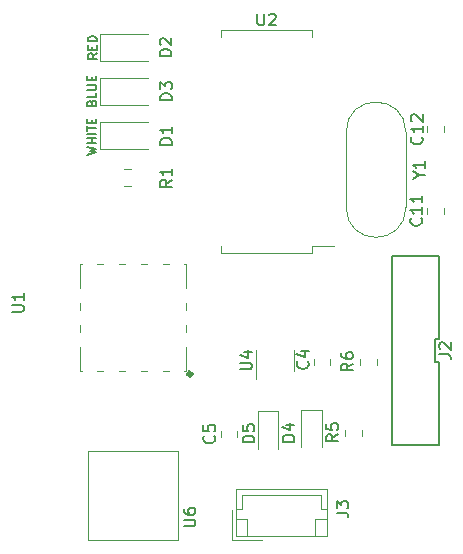
<source format=gbr>
G04 #@! TF.GenerationSoftware,KiCad,Pcbnew,(5.1.4)-1*
G04 #@! TF.CreationDate,2020-02-21T22:56:02-05:00*
G04 #@! TF.ProjectId,gps_2,6770735f-322e-46b6-9963-61645f706362,rev?*
G04 #@! TF.SameCoordinates,Original*
G04 #@! TF.FileFunction,Legend,Top*
G04 #@! TF.FilePolarity,Positive*
%FSLAX46Y46*%
G04 Gerber Fmt 4.6, Leading zero omitted, Abs format (unit mm)*
G04 Created by KiCad (PCBNEW (5.1.4)-1) date 2020-02-21 22:56:02*
%MOMM*%
%LPD*%
G04 APERTURE LIST*
%ADD10C,0.127000*%
%ADD11C,0.120000*%
%ADD12C,0.150000*%
%ADD13C,0.400000*%
G04 APERTURE END LIST*
D10*
X74215171Y-41333057D02*
X74251457Y-41224200D01*
X74287742Y-41187914D01*
X74360314Y-41151628D01*
X74469171Y-41151628D01*
X74541742Y-41187914D01*
X74578028Y-41224200D01*
X74614314Y-41296771D01*
X74614314Y-41587057D01*
X73852314Y-41587057D01*
X73852314Y-41333057D01*
X73888600Y-41260485D01*
X73924885Y-41224200D01*
X73997457Y-41187914D01*
X74070028Y-41187914D01*
X74142600Y-41224200D01*
X74178885Y-41260485D01*
X74215171Y-41333057D01*
X74215171Y-41587057D01*
X74614314Y-40462200D02*
X74614314Y-40825057D01*
X73852314Y-40825057D01*
X73852314Y-40208200D02*
X74469171Y-40208200D01*
X74541742Y-40171914D01*
X74578028Y-40135628D01*
X74614314Y-40063057D01*
X74614314Y-39917914D01*
X74578028Y-39845342D01*
X74541742Y-39809057D01*
X74469171Y-39772771D01*
X73852314Y-39772771D01*
X74215171Y-39409914D02*
X74215171Y-39155914D01*
X74614314Y-39047057D02*
X74614314Y-39409914D01*
X73852314Y-39409914D01*
X73852314Y-39047057D01*
X74665114Y-37116657D02*
X74302257Y-37370657D01*
X74665114Y-37552085D02*
X73903114Y-37552085D01*
X73903114Y-37261800D01*
X73939400Y-37189228D01*
X73975685Y-37152942D01*
X74048257Y-37116657D01*
X74157114Y-37116657D01*
X74229685Y-37152942D01*
X74265971Y-37189228D01*
X74302257Y-37261800D01*
X74302257Y-37552085D01*
X74265971Y-36790085D02*
X74265971Y-36536085D01*
X74665114Y-36427228D02*
X74665114Y-36790085D01*
X73903114Y-36790085D01*
X73903114Y-36427228D01*
X74665114Y-36100657D02*
X73903114Y-36100657D01*
X73903114Y-35919228D01*
X73939400Y-35810371D01*
X74011971Y-35737800D01*
X74084542Y-35701514D01*
X74229685Y-35665228D01*
X74338542Y-35665228D01*
X74483685Y-35701514D01*
X74556257Y-35737800D01*
X74628828Y-35810371D01*
X74665114Y-35919228D01*
X74665114Y-36100657D01*
X73852314Y-45687342D02*
X74614314Y-45505914D01*
X74070028Y-45360771D01*
X74614314Y-45215628D01*
X73852314Y-45034200D01*
X74614314Y-44743914D02*
X73852314Y-44743914D01*
X74215171Y-44743914D02*
X74215171Y-44308485D01*
X74614314Y-44308485D02*
X73852314Y-44308485D01*
X74614314Y-43945628D02*
X73852314Y-43945628D01*
X73852314Y-43691628D02*
X73852314Y-43256200D01*
X74614314Y-43473914D02*
X73852314Y-43473914D01*
X74215171Y-43002200D02*
X74215171Y-42748200D01*
X74614314Y-42639342D02*
X74614314Y-43002200D01*
X73852314Y-43002200D01*
X73852314Y-42639342D01*
D11*
X76996548Y-48360400D02*
X77519052Y-48360400D01*
X76996548Y-46940400D02*
X77519052Y-46940400D01*
D12*
X103616000Y-70262000D02*
X103616000Y-63262000D01*
X103616000Y-63262000D02*
X103316000Y-63262000D01*
X103316000Y-63262000D02*
X103316000Y-61262000D01*
X103316000Y-61262000D02*
X103616000Y-61262000D01*
X103616000Y-61262000D02*
X103616000Y-54262000D01*
X103616000Y-54262000D02*
X99616000Y-54262000D01*
X99616000Y-54262000D02*
X99616000Y-70262000D01*
X99616000Y-70262000D02*
X103616000Y-70262000D01*
D11*
X94436000Y-63490852D02*
X94436000Y-62968348D01*
X93016000Y-63490852D02*
X93016000Y-62968348D01*
X82224000Y-58819000D02*
X82224000Y-58269000D01*
X82224000Y-60669000D02*
X82224000Y-60119000D01*
X82224000Y-63969000D02*
X82224000Y-61969000D01*
X82224000Y-56969000D02*
X82224000Y-54969000D01*
X82224000Y-54969000D02*
X82074000Y-54969000D01*
X80774000Y-54969000D02*
X80224000Y-54969000D01*
X78924000Y-54969000D02*
X78374000Y-54969000D01*
X77074000Y-54969000D02*
X76524000Y-54969000D01*
X75224000Y-54969000D02*
X74674000Y-54969000D01*
X73374000Y-54969000D02*
X73224000Y-54969000D01*
X73224000Y-56969000D02*
X73224000Y-54969000D01*
X73249000Y-58819000D02*
X73249000Y-58269000D01*
X73224000Y-63969000D02*
X73224000Y-61969000D01*
X73249000Y-60669000D02*
X73249000Y-60119000D01*
X73374000Y-63969000D02*
X73224000Y-63969000D01*
X75224000Y-63969000D02*
X74674000Y-63969000D01*
X77074000Y-63969000D02*
X76524000Y-63969000D01*
X78924000Y-63969000D02*
X78374000Y-63969000D01*
X80774000Y-63969000D02*
X80224000Y-63969000D01*
X82224000Y-63969000D02*
X82074000Y-63969000D01*
D13*
X82665421Y-64269000D02*
G75*
G03X82665421Y-64269000I-141421J0D01*
G01*
D11*
X100823000Y-43763000D02*
G75*
G03X95773000Y-43763000I-2525000J0D01*
G01*
X100823000Y-50163000D02*
G75*
G02X95773000Y-50163000I-2525000J0D01*
G01*
X100823000Y-50163000D02*
X100823000Y-43763000D01*
X95773000Y-50163000D02*
X95773000Y-43763000D01*
X85142000Y-69071748D02*
X85142000Y-69594252D01*
X86562000Y-69071748D02*
X86562000Y-69594252D01*
X104037200Y-50166748D02*
X104037200Y-50689252D01*
X102617200Y-50166748D02*
X102617200Y-50689252D01*
X102617200Y-43813252D02*
X102617200Y-43290748D01*
X104037200Y-43813252D02*
X104037200Y-43290748D01*
X93687000Y-67335000D02*
X93687000Y-70485000D01*
X91987000Y-67335000D02*
X91987000Y-70485000D01*
X93687000Y-67335000D02*
X91987000Y-67335000D01*
X90004000Y-67422000D02*
X90004000Y-70572000D01*
X88304000Y-67422000D02*
X88304000Y-70572000D01*
X90004000Y-67422000D02*
X88304000Y-67422000D01*
X95683000Y-69485252D02*
X95683000Y-68962748D01*
X97103000Y-69485252D02*
X97103000Y-68962748D01*
X98373000Y-63472852D02*
X98373000Y-62950348D01*
X96953000Y-63472852D02*
X96953000Y-62950348D01*
X92887000Y-53392000D02*
X94727000Y-53392000D01*
X92887000Y-54037000D02*
X92887000Y-53392000D01*
X89027000Y-54037000D02*
X92887000Y-54037000D01*
X85167000Y-54037000D02*
X85167000Y-53392000D01*
X89027000Y-54037000D02*
X85167000Y-54037000D01*
X92887000Y-35117000D02*
X92887000Y-35762000D01*
X89027000Y-35117000D02*
X92887000Y-35117000D01*
X85167000Y-35117000D02*
X85167000Y-35762000D01*
X89027000Y-35117000D02*
X85167000Y-35117000D01*
X91399000Y-64019000D02*
X91399000Y-62219000D01*
X88179000Y-62219000D02*
X88179000Y-64669000D01*
X86417000Y-73982000D02*
X86417000Y-78002000D01*
X86417000Y-78002000D02*
X94137000Y-78002000D01*
X94137000Y-78002000D02*
X94137000Y-73982000D01*
X94137000Y-73982000D02*
X86417000Y-73982000D01*
X86417000Y-75692000D02*
X86917000Y-75692000D01*
X86917000Y-75692000D02*
X86917000Y-74482000D01*
X86917000Y-74482000D02*
X93637000Y-74482000D01*
X93637000Y-74482000D02*
X93637000Y-75692000D01*
X93637000Y-75692000D02*
X94137000Y-75692000D01*
X86417000Y-76502000D02*
X87417000Y-76502000D01*
X87417000Y-76502000D02*
X87417000Y-78002000D01*
X94137000Y-76502000D02*
X93137000Y-76502000D01*
X93137000Y-76502000D02*
X93137000Y-78002000D01*
X86117000Y-75802000D02*
X86117000Y-78302000D01*
X86117000Y-78302000D02*
X88617000Y-78302000D01*
X73949000Y-70774000D02*
X81499000Y-70774000D01*
X73949000Y-78324000D02*
X73949000Y-70774000D01*
X81499000Y-78324000D02*
X81499000Y-70774000D01*
X81499000Y-78324000D02*
X73949000Y-78324000D01*
X74922700Y-45229400D02*
X78982700Y-45229400D01*
X74922700Y-42959400D02*
X74922700Y-45229400D01*
X78982700Y-42959400D02*
X74922700Y-42959400D01*
X74897300Y-37736400D02*
X78957300Y-37736400D01*
X74897300Y-35466400D02*
X74897300Y-37736400D01*
X78957300Y-35466400D02*
X74897300Y-35466400D01*
X78979500Y-39200200D02*
X74919500Y-39200200D01*
X74919500Y-39200200D02*
X74919500Y-41470200D01*
X74919500Y-41470200D02*
X78979500Y-41470200D01*
D12*
X81021180Y-47817066D02*
X80544990Y-48150400D01*
X81021180Y-48388495D02*
X80021180Y-48388495D01*
X80021180Y-48007542D01*
X80068800Y-47912304D01*
X80116419Y-47864685D01*
X80211657Y-47817066D01*
X80354514Y-47817066D01*
X80449752Y-47864685D01*
X80497371Y-47912304D01*
X80544990Y-48007542D01*
X80544990Y-48388495D01*
X81021180Y-46864685D02*
X81021180Y-47436114D01*
X81021180Y-47150400D02*
X80021180Y-47150400D01*
X80164038Y-47245638D01*
X80259276Y-47340876D01*
X80306895Y-47436114D01*
X103643180Y-62588733D02*
X104357466Y-62588733D01*
X104500323Y-62636352D01*
X104595561Y-62731590D01*
X104643180Y-62874447D01*
X104643180Y-62969685D01*
X103738419Y-62160161D02*
X103690800Y-62112542D01*
X103643180Y-62017304D01*
X103643180Y-61779209D01*
X103690800Y-61683971D01*
X103738419Y-61636352D01*
X103833657Y-61588733D01*
X103928895Y-61588733D01*
X104071752Y-61636352D01*
X104643180Y-62207780D01*
X104643180Y-61588733D01*
X92508342Y-63196766D02*
X92555961Y-63244385D01*
X92603580Y-63387242D01*
X92603580Y-63482480D01*
X92555961Y-63625338D01*
X92460723Y-63720576D01*
X92365485Y-63768195D01*
X92175009Y-63815814D01*
X92032152Y-63815814D01*
X91841676Y-63768195D01*
X91746438Y-63720576D01*
X91651200Y-63625338D01*
X91603580Y-63482480D01*
X91603580Y-63387242D01*
X91651200Y-63244385D01*
X91698819Y-63196766D01*
X91936914Y-62339623D02*
X92603580Y-62339623D01*
X91555961Y-62577719D02*
X92270247Y-62815814D01*
X92270247Y-62196766D01*
X67473580Y-59004104D02*
X68283104Y-59004104D01*
X68378342Y-58956485D01*
X68425961Y-58908866D01*
X68473580Y-58813628D01*
X68473580Y-58623152D01*
X68425961Y-58527914D01*
X68378342Y-58480295D01*
X68283104Y-58432676D01*
X67473580Y-58432676D01*
X68473580Y-57432676D02*
X68473580Y-58004104D01*
X68473580Y-57718390D02*
X67473580Y-57718390D01*
X67616438Y-57813628D01*
X67711676Y-57908866D01*
X67759295Y-58004104D01*
X101931790Y-47440790D02*
X102407980Y-47440790D01*
X101407980Y-47774123D02*
X101931790Y-47440790D01*
X101407980Y-47107457D01*
X102407980Y-46250314D02*
X102407980Y-46821742D01*
X102407980Y-46536028D02*
X101407980Y-46536028D01*
X101550838Y-46631266D01*
X101646076Y-46726504D01*
X101693695Y-46821742D01*
X84583542Y-69499666D02*
X84631161Y-69547285D01*
X84678780Y-69690142D01*
X84678780Y-69785380D01*
X84631161Y-69928238D01*
X84535923Y-70023476D01*
X84440685Y-70071095D01*
X84250209Y-70118714D01*
X84107352Y-70118714D01*
X83916876Y-70071095D01*
X83821638Y-70023476D01*
X83726400Y-69928238D01*
X83678780Y-69785380D01*
X83678780Y-69690142D01*
X83726400Y-69547285D01*
X83774019Y-69499666D01*
X83678780Y-68594904D02*
X83678780Y-69071095D01*
X84154971Y-69118714D01*
X84107352Y-69071095D01*
X84059733Y-68975857D01*
X84059733Y-68737761D01*
X84107352Y-68642523D01*
X84154971Y-68594904D01*
X84250209Y-68547285D01*
X84488304Y-68547285D01*
X84583542Y-68594904D01*
X84631161Y-68642523D01*
X84678780Y-68737761D01*
X84678780Y-68975857D01*
X84631161Y-69071095D01*
X84583542Y-69118714D01*
X102109542Y-51070857D02*
X102157161Y-51118476D01*
X102204780Y-51261333D01*
X102204780Y-51356571D01*
X102157161Y-51499428D01*
X102061923Y-51594666D01*
X101966685Y-51642285D01*
X101776209Y-51689904D01*
X101633352Y-51689904D01*
X101442876Y-51642285D01*
X101347638Y-51594666D01*
X101252400Y-51499428D01*
X101204780Y-51356571D01*
X101204780Y-51261333D01*
X101252400Y-51118476D01*
X101300019Y-51070857D01*
X102204780Y-50118476D02*
X102204780Y-50689904D01*
X102204780Y-50404190D02*
X101204780Y-50404190D01*
X101347638Y-50499428D01*
X101442876Y-50594666D01*
X101490495Y-50689904D01*
X102204780Y-49166095D02*
X102204780Y-49737523D01*
X102204780Y-49451809D02*
X101204780Y-49451809D01*
X101347638Y-49547047D01*
X101442876Y-49642285D01*
X101490495Y-49737523D01*
X102160342Y-44194857D02*
X102207961Y-44242476D01*
X102255580Y-44385333D01*
X102255580Y-44480571D01*
X102207961Y-44623428D01*
X102112723Y-44718666D01*
X102017485Y-44766285D01*
X101827009Y-44813904D01*
X101684152Y-44813904D01*
X101493676Y-44766285D01*
X101398438Y-44718666D01*
X101303200Y-44623428D01*
X101255580Y-44480571D01*
X101255580Y-44385333D01*
X101303200Y-44242476D01*
X101350819Y-44194857D01*
X102255580Y-43242476D02*
X102255580Y-43813904D01*
X102255580Y-43528190D02*
X101255580Y-43528190D01*
X101398438Y-43623428D01*
X101493676Y-43718666D01*
X101541295Y-43813904D01*
X101350819Y-42861523D02*
X101303200Y-42813904D01*
X101255580Y-42718666D01*
X101255580Y-42480571D01*
X101303200Y-42385333D01*
X101350819Y-42337714D01*
X101446057Y-42290095D01*
X101541295Y-42290095D01*
X101684152Y-42337714D01*
X102255580Y-42909142D01*
X102255580Y-42290095D01*
X91384380Y-69978495D02*
X90384380Y-69978495D01*
X90384380Y-69740400D01*
X90432000Y-69597542D01*
X90527238Y-69502304D01*
X90622476Y-69454685D01*
X90812952Y-69407066D01*
X90955809Y-69407066D01*
X91146285Y-69454685D01*
X91241523Y-69502304D01*
X91336761Y-69597542D01*
X91384380Y-69740400D01*
X91384380Y-69978495D01*
X90717714Y-68549923D02*
X91384380Y-68549923D01*
X90336761Y-68788019D02*
X91051047Y-69026114D01*
X91051047Y-68407066D01*
X88006180Y-70060095D02*
X87006180Y-70060095D01*
X87006180Y-69822000D01*
X87053800Y-69679142D01*
X87149038Y-69583904D01*
X87244276Y-69536285D01*
X87434752Y-69488666D01*
X87577609Y-69488666D01*
X87768085Y-69536285D01*
X87863323Y-69583904D01*
X87958561Y-69679142D01*
X88006180Y-69822000D01*
X88006180Y-70060095D01*
X87006180Y-68583904D02*
X87006180Y-69060095D01*
X87482371Y-69107714D01*
X87434752Y-69060095D01*
X87387133Y-68964857D01*
X87387133Y-68726761D01*
X87434752Y-68631523D01*
X87482371Y-68583904D01*
X87577609Y-68536285D01*
X87815704Y-68536285D01*
X87910942Y-68583904D01*
X87958561Y-68631523D01*
X88006180Y-68726761D01*
X88006180Y-68964857D01*
X87958561Y-69060095D01*
X87910942Y-69107714D01*
X95092780Y-69381666D02*
X94616590Y-69715000D01*
X95092780Y-69953095D02*
X94092780Y-69953095D01*
X94092780Y-69572142D01*
X94140400Y-69476904D01*
X94188019Y-69429285D01*
X94283257Y-69381666D01*
X94426114Y-69381666D01*
X94521352Y-69429285D01*
X94568971Y-69476904D01*
X94616590Y-69572142D01*
X94616590Y-69953095D01*
X94092780Y-68476904D02*
X94092780Y-68953095D01*
X94568971Y-69000714D01*
X94521352Y-68953095D01*
X94473733Y-68857857D01*
X94473733Y-68619761D01*
X94521352Y-68524523D01*
X94568971Y-68476904D01*
X94664209Y-68429285D01*
X94902304Y-68429285D01*
X94997542Y-68476904D01*
X95045161Y-68524523D01*
X95092780Y-68619761D01*
X95092780Y-68857857D01*
X95045161Y-68953095D01*
X94997542Y-69000714D01*
X96337380Y-63378266D02*
X95861190Y-63711600D01*
X96337380Y-63949695D02*
X95337380Y-63949695D01*
X95337380Y-63568742D01*
X95385000Y-63473504D01*
X95432619Y-63425885D01*
X95527857Y-63378266D01*
X95670714Y-63378266D01*
X95765952Y-63425885D01*
X95813571Y-63473504D01*
X95861190Y-63568742D01*
X95861190Y-63949695D01*
X95337380Y-62521123D02*
X95337380Y-62711600D01*
X95385000Y-62806838D01*
X95432619Y-62854457D01*
X95575476Y-62949695D01*
X95765952Y-62997314D01*
X96146904Y-62997314D01*
X96242142Y-62949695D01*
X96289761Y-62902076D01*
X96337380Y-62806838D01*
X96337380Y-62616361D01*
X96289761Y-62521123D01*
X96242142Y-62473504D01*
X96146904Y-62425885D01*
X95908809Y-62425885D01*
X95813571Y-62473504D01*
X95765952Y-62521123D01*
X95718333Y-62616361D01*
X95718333Y-62806838D01*
X95765952Y-62902076D01*
X95813571Y-62949695D01*
X95908809Y-62997314D01*
X88265095Y-33742380D02*
X88265095Y-34551904D01*
X88312714Y-34647142D01*
X88360333Y-34694761D01*
X88455571Y-34742380D01*
X88646047Y-34742380D01*
X88741285Y-34694761D01*
X88788904Y-34647142D01*
X88836523Y-34551904D01*
X88836523Y-33742380D01*
X89265095Y-33837619D02*
X89312714Y-33790000D01*
X89407952Y-33742380D01*
X89646047Y-33742380D01*
X89741285Y-33790000D01*
X89788904Y-33837619D01*
X89836523Y-33932857D01*
X89836523Y-34028095D01*
X89788904Y-34170952D01*
X89217476Y-34742380D01*
X89836523Y-34742380D01*
X86802980Y-63880904D02*
X87612504Y-63880904D01*
X87707742Y-63833285D01*
X87755361Y-63785666D01*
X87802980Y-63690428D01*
X87802980Y-63499952D01*
X87755361Y-63404714D01*
X87707742Y-63357095D01*
X87612504Y-63309476D01*
X86802980Y-63309476D01*
X87136314Y-62404714D02*
X87802980Y-62404714D01*
X86755361Y-62642809D02*
X87469647Y-62880904D01*
X87469647Y-62261857D01*
X94956380Y-76025333D02*
X95670666Y-76025333D01*
X95813523Y-76072952D01*
X95908761Y-76168190D01*
X95956380Y-76311047D01*
X95956380Y-76406285D01*
X94956380Y-75644380D02*
X94956380Y-75025333D01*
X95337333Y-75358666D01*
X95337333Y-75215809D01*
X95384952Y-75120571D01*
X95432571Y-75072952D01*
X95527809Y-75025333D01*
X95765904Y-75025333D01*
X95861142Y-75072952D01*
X95908761Y-75120571D01*
X95956380Y-75215809D01*
X95956380Y-75501523D01*
X95908761Y-75596761D01*
X95861142Y-75644380D01*
X82002380Y-77165104D02*
X82811904Y-77165104D01*
X82907142Y-77117485D01*
X82954761Y-77069866D01*
X83002380Y-76974628D01*
X83002380Y-76784152D01*
X82954761Y-76688914D01*
X82907142Y-76641295D01*
X82811904Y-76593676D01*
X82002380Y-76593676D01*
X82002380Y-75688914D02*
X82002380Y-75879390D01*
X82050000Y-75974628D01*
X82097619Y-76022247D01*
X82240476Y-76117485D01*
X82430952Y-76165104D01*
X82811904Y-76165104D01*
X82907142Y-76117485D01*
X82954761Y-76069866D01*
X83002380Y-75974628D01*
X83002380Y-75784152D01*
X82954761Y-75688914D01*
X82907142Y-75641295D01*
X82811904Y-75593676D01*
X82573809Y-75593676D01*
X82478571Y-75641295D01*
X82430952Y-75688914D01*
X82383333Y-75784152D01*
X82383333Y-75974628D01*
X82430952Y-76069866D01*
X82478571Y-76117485D01*
X82573809Y-76165104D01*
X81021180Y-44832495D02*
X80021180Y-44832495D01*
X80021180Y-44594400D01*
X80068800Y-44451542D01*
X80164038Y-44356304D01*
X80259276Y-44308685D01*
X80449752Y-44261066D01*
X80592609Y-44261066D01*
X80783085Y-44308685D01*
X80878323Y-44356304D01*
X80973561Y-44451542D01*
X81021180Y-44594400D01*
X81021180Y-44832495D01*
X81021180Y-43308685D02*
X81021180Y-43880114D01*
X81021180Y-43594400D02*
X80021180Y-43594400D01*
X80164038Y-43689638D01*
X80259276Y-43784876D01*
X80306895Y-43880114D01*
X80970380Y-37339495D02*
X79970380Y-37339495D01*
X79970380Y-37101400D01*
X80018000Y-36958542D01*
X80113238Y-36863304D01*
X80208476Y-36815685D01*
X80398952Y-36768066D01*
X80541809Y-36768066D01*
X80732285Y-36815685D01*
X80827523Y-36863304D01*
X80922761Y-36958542D01*
X80970380Y-37101400D01*
X80970380Y-37339495D01*
X80065619Y-36387114D02*
X80018000Y-36339495D01*
X79970380Y-36244257D01*
X79970380Y-36006161D01*
X80018000Y-35910923D01*
X80065619Y-35863304D01*
X80160857Y-35815685D01*
X80256095Y-35815685D01*
X80398952Y-35863304D01*
X80970380Y-36434733D01*
X80970380Y-35815685D01*
X81021180Y-41073295D02*
X80021180Y-41073295D01*
X80021180Y-40835200D01*
X80068800Y-40692342D01*
X80164038Y-40597104D01*
X80259276Y-40549485D01*
X80449752Y-40501866D01*
X80592609Y-40501866D01*
X80783085Y-40549485D01*
X80878323Y-40597104D01*
X80973561Y-40692342D01*
X81021180Y-40835200D01*
X81021180Y-41073295D01*
X80021180Y-40168533D02*
X80021180Y-39549485D01*
X80402133Y-39882819D01*
X80402133Y-39739961D01*
X80449752Y-39644723D01*
X80497371Y-39597104D01*
X80592609Y-39549485D01*
X80830704Y-39549485D01*
X80925942Y-39597104D01*
X80973561Y-39644723D01*
X81021180Y-39739961D01*
X81021180Y-40025676D01*
X80973561Y-40120914D01*
X80925942Y-40168533D01*
M02*

</source>
